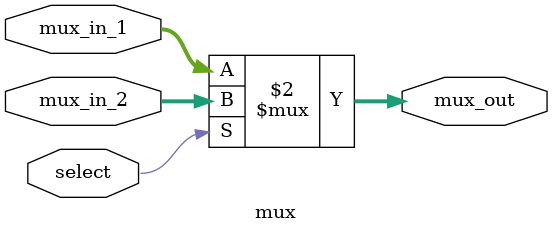
<source format=v>
module mux (input [31:0] mux_in_1,
            input [31:0] mux_in_2,
            input select, 
            output [31:0] mux_out);

    assign mux_out = ~select ? mux_in_1 : mux_in_2;
	// ~select가 True -> mux_in_1
	// ~select가 False -> mux_in_2
endmodule

</source>
